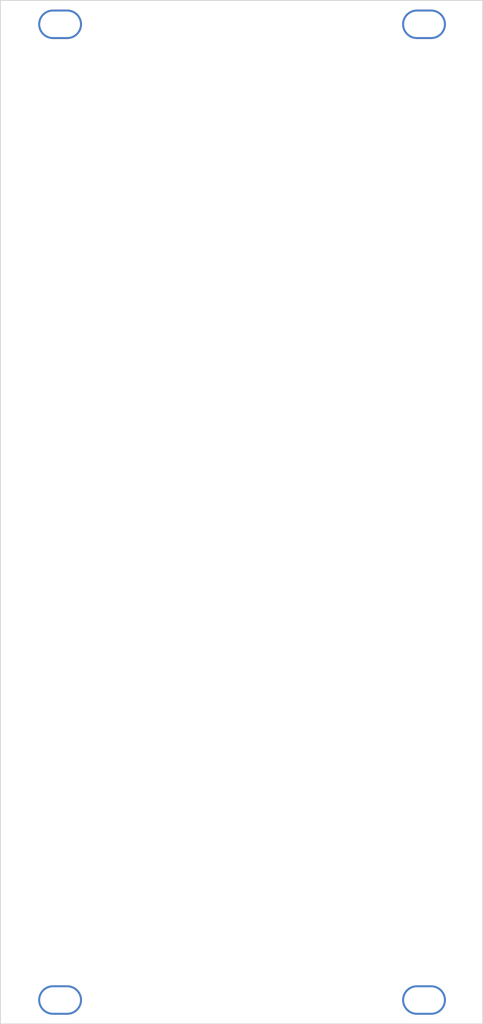
<source format=kicad_pcb>
(kicad_pcb (version 20211014) (generator pcbnew)
  (layers (0 "F.Cu" signal) (31 "B.Cu" signal) (34 "B.Paste" user) (35 "F.Paste" user) (36 "B.SilkS" user "B.Silkscreen") (37 "F.SilkS" user "F.Silkscreen") (38 "B.Mask" user) (39 "F.Mask" user) (44 "Edge.Cuts" user))
  (net 0 "")
  (footprint "" (layer "F.Cu") (at 7.5 125.5)
    (fp_text reference "" (at 0 0) (layer "F.SilkS") (effects (font (size 1.27 1.27))))
    (fp_text value "" (at 0 0) (layer "F.SilkS") (effects (font (size 1.27 1.27))))
    (pad "1" thru_hole oval (at 0 0) (size 5.5 3.7) (drill oval 5 3.2) (layers *.Cu *.Mask))
  )
  (footprint "" (layer "F.Cu") (at 53.22 3)
    (fp_text reference "" (at 0 0) (layer "F.SilkS") (effects (font (size 1.27 1.27))))
    (fp_text value "" (at 0 0) (layer "F.SilkS") (effects (font (size 1.27 1.27))))
    (pad "1" thru_hole oval (at 0 0) (size 5.5 3.7) (drill oval 5 3.2) (layers *.Cu *.Mask))
  )
  (footprint "" (layer "F.Cu") (at 7.5 3)
    (fp_text reference "" hide)
    (fp_text value "" hide)
    (pad "1" thru_hole oval (at 0 0) (size 5.5 3.7) (drill oval 5 3.2) (layers *.Cu *.Mask))
  )
  (footprint "" (layer "F.Cu") (at 53.22 125.5)
    (fp_text reference "" (at 0 0) (layer "F.SilkS") (effects (font (size 1.27 1.27))))
    (fp_text value "" (at 0 0) (layer "F.SilkS") (effects (font (size 1.27 1.27))))
    (pad "1" thru_hole oval (at 0 0) (size 5.5 3.7) (drill oval 5 3.2) (layers *.Cu *.Mask))
  )
  (gr_rect (start 0 0) (end 60.6 128.5) (layer "Edge.Cuts") (width 0.1) (fill none))
)
</source>
